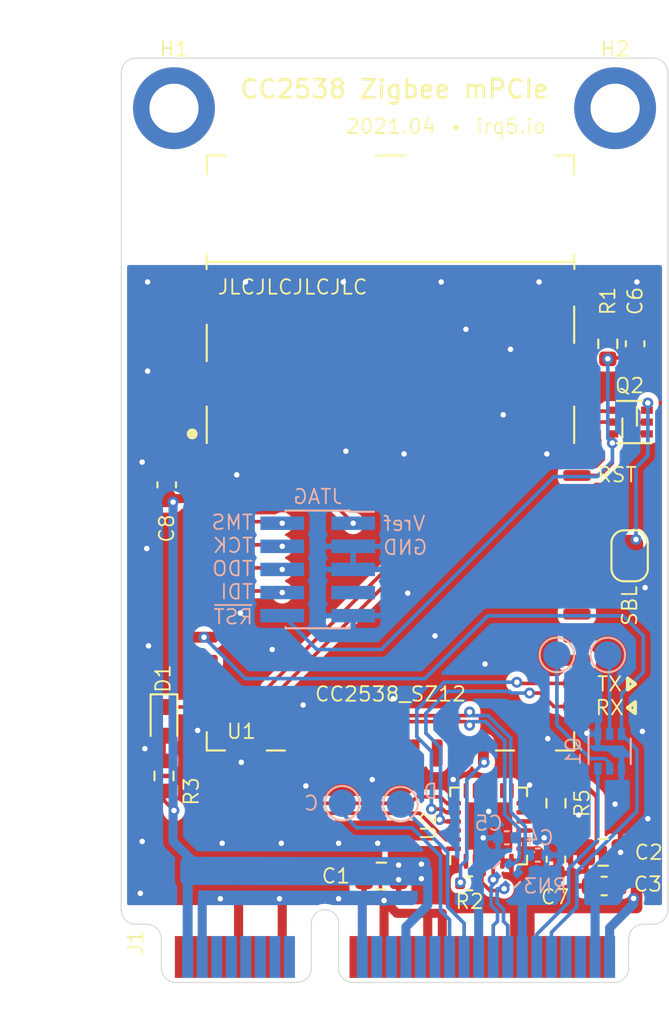
<source format=kicad_pcb>
(kicad_pcb (version 20171130) (host pcbnew "(5.1.10)-1")
  (title_block (title "CC2538 Zigbee mPCIe") (rev 2021.04))
  (layers (0 F.Cu signal) (31 B.Cu signal) (34 B.Paste user) (35 F.Paste user) (36 B.SilkS user) (37 F.SilkS user) (38 B.Mask user) (39 F.Mask user) (44 Edge.Cuts user))
  (net 0 "")
  (net 1 GND)
  (net 2 "Net-(J1-Pad30)")
  (net 3 "Net-(J1-Pad32)")
  (net 4 /USB-)
  (net 5 /USB+)
  (net 6 "Net-(Q1-Pad2)")
  (net 7 "Net-(Q1-Pad5)")
  (net 8 +3V3)
  (net 9 /CC_RST)
  (net 10 /~LED_WWAN)
  (net 11 "Net-(J2-Pad8)")
  (net 12 "Net-(J2-Pad6)")
  (net 13 "Net-(J2-Pad4)")
  (net 14 "Net-(J2-Pad2)")
  (net 15 /CC_SBL)
  (net 16 "Net-(Q2-Pad2)")
  (net 17 "Net-(Q2-Pad1)")
  (net 18 /USB_FS_PU)
  (net 19 "Net-(R5-Pad2)")
  (net 20 /CC_USB+)
  (net 21 /CC_USB-)
  (net 22 /~LED_ACT)
  (net 23 "Net-(D1-Pad2)")
  (net 24 /~LED_PWR)
  (net 25 /CC_RX)
  (net 26 /CC_TX)
  (module Resistor_SMD:R_Array_Convex_2x0402 (layer B.Cu) (at 152.451041 145.893934 45)
    (fp_text reference RN3 (at 1.055635 1.912742 180) (layer B.SilkS) (effects (font (size 0.8 0.8) (thickness 0.1)) (justify mirror)))
    (fp_text value 33R)
    (pad 4 smd rect (at 0.5 0.35 45) (size 0.5 0.4) (layers B.Cu B.Paste B.Mask) (net 20 /CC_USB+))
    (pad 3 smd rect (at 0.5 -0.35 45) (size 0.5 0.4) (layers B.Cu B.Paste B.Mask) (net 21 /CC_USB-))
    (pad 2 smd rect (at -0.5 -0.35 45) (size 0.5 0.4) (layers B.Cu B.Paste B.Mask) (net 4 /USB-))
    (pad 1 smd rect (at -0.5 0.35 45) (size 0.5 0.4) (layers B.Cu B.Paste B.Mask) (net 5 /USB+))
  )
  (module Resistor_SMD:R_0603_1608Metric (layer F.Cu) (at 133.6 140.45 270)
    (fp_text reference R3 (at 0.85 -1.5 90) (layer F.SilkS) (effects (font (size 0.8 0.8) (thickness 0.1))))
    (fp_text value 200R)
    (pad 2 smd roundrect (at 0.825 0 270) (size 0.8 0.95) (layers F.Cu F.Paste F.Mask) (net 8 +3V3))
    (pad 1 smd roundrect (at -0.825 0 270) (size 0.8 0.95) (layers F.Cu F.Paste F.Mask) (net 23 "Net-(D1-Pad2)"))
  )
  (module Resistor_SMD:R_0402_1005Metric (layer F.Cu) (at 150.39 146.35)
    (fp_text reference R2 (at 0.01 1) (layer F.SilkS) (effects (font (size 0.8 0.8) (thickness 0.1))))
    (fp_text value 1K5)
    (pad 1 smd roundrect (at -0.51 0) (size 0.54 0.64) (layers F.Cu F.Paste F.Mask) (net 18 /USB_FS_PU))
    (pad 2 smd roundrect (at 0.51 0) (size 0.54 0.64) (layers F.Cu F.Paste F.Mask) (net 5 /USB+))
  )
  (module LED_SMD:LED_0603_1608Metric (layer F.Cu) (at 133.6 137.45 270)
    (fp_text reference D1 (at -2.35 0.05 90) (layer F.SilkS) (effects (font (size 0.8 0.8) (thickness 0.1))))
    (fp_text value LED_Small)
    (pad 2 smd roundrect (at 0.7875 0 270) (size 0.875 0.95) (layers F.Cu F.Paste F.Mask) (net 23 "Net-(D1-Pad2)"))
    (pad 1 smd roundrect (at -0.7875 0 270) (size 0.875 0.95) (layers F.Cu F.Paste F.Mask) (net 24 /~LED_PWR))
  )
  (module Capacitor_SMD:C_0603_1608Metric (layer F.Cu) (at 133.75 124.45 270)
    (fp_text reference C8 (at 2.4 0 90) (layer F.SilkS) (effects (font (size 0.8 0.8) (thickness 0.1))))
    (fp_text value 10uF)
    (pad 2 smd roundrect (at 0.775 0 270) (size 0.9 0.95) (layers F.Cu F.Paste F.Mask) (net 8 +3V3))
    (pad 1 smd roundrect (at -0.775 0 270) (size 0.9 0.95) (layers F.Cu F.Paste F.Mask) (net 1 GND))
  )
  (module TestPoint:TestPoint_Pad_D1.5mm (layer B.Cu) (at 146.6 142)
    (fp_text reference TP1 hide)
    (fp_text value SDA)
    (pad 1 smd circle (at 0 0) (size 1.5 1.5) (layers B.Cu B.Mask) (net 3 "Net-(J1-Pad32)"))
    (fp_text user D (at 1.65 -0.7) (layer B.SilkS) (effects (font (size 0.8 0.8) (thickness 0.1)) (justify mirror)))
  )
  (module TestPoint:TestPoint_Pad_D1.5mm (layer B.Cu) (at 158 133.8)
    (fp_text reference TP4 hide)
    (fp_text value LED_WWAN)
    (pad 1 smd circle (at 0 0) (size 1.5 1.5) (layers B.Cu B.Mask) (net 6 "Net-(Q1-Pad2)"))
  )
  (module TestPoint:TestPoint_Pad_D1.5mm (layer B.Cu) (at 155.2 133.8)
    (fp_text reference TP3 hide)
    (fp_text value LED_WLAN)
    (pad 1 smd circle (at 0 0) (size 1.5 1.5) (layers B.Cu B.Mask) (net 7 "Net-(Q1-Pad5)"))
  )
  (module TestPoint:TestPoint_Pad_D1.5mm (layer B.Cu) (at 143.4 141.95)
    (fp_text reference TP2 hide)
    (fp_text value SCL)
    (pad 1 smd circle (at 0 0) (size 1.5 1.5) (layers B.Cu B.Mask) (net 2 "Net-(J1-Pad30)"))
    (fp_text user C (at -1.7 0) (layer B.SilkS) (effects (font (size 0.8 0.8) (thickness 0.1)) (justify mirror)))
  )
  (module Resistor_SMD:R_0603_1608Metric (layer F.Cu) (at 155.15 141.95 270)
    (fp_text reference R5 (at 0 -1.43 90) (layer F.SilkS) (effects (font (size 0.8 0.8) (thickness 0.1))))
    (fp_text value 4K7)
    (pad 1 smd roundrect (at -0.825 0 270) (size 0.8 0.95) (layers F.Cu F.Paste F.Mask) (net 8 +3V3))
    (pad 2 smd roundrect (at 0.825 0 270) (size 0.8 0.95) (layers F.Cu F.Paste F.Mask) (net 19 "Net-(R5-Pad2)"))
  )
  (module Resistor_SMD:R_0603_1608Metric (layer F.Cu) (at 158 116.7 90)
    (fp_text reference R1 (at 2.35 0 90) (layer F.SilkS) (effects (font (size 0.8 0.8) (thickness 0.1))))
    (fp_text value 4K7)
    (pad 1 smd roundrect (at -0.825 0 90) (size 0.8 0.95) (layers F.Cu F.Paste F.Mask) (net 9 /CC_RST))
    (pad 2 smd roundrect (at 0.825 0 90) (size 0.8 0.95) (layers F.Cu F.Paste F.Mask) (net 8 +3V3))
  )
  (module Package_TO_SOT_SMD:SOT-363_SC-70-6 (layer F.Cu) (at 159.2 121 180)
    (fp_text reference Q2 (at 0 2) (layer F.SilkS) (effects (font (size 0.8 0.8) (thickness 0.1))))
    (fp_text value MUN5214DW1)
    (pad 1 smd rect (at -0.95 -0.65 180) (size 0.65 0.4) (layers F.Cu F.Paste F.Mask) (net 17 "Net-(Q2-Pad1)"))
    (pad 3 smd rect (at -0.95 0.65 180) (size 0.65 0.4) (layers F.Cu F.Paste F.Mask) (net 15 /CC_SBL))
    (pad 5 smd rect (at 0.95 0 180) (size 0.65 0.4) (layers F.Cu F.Paste F.Mask) (net 17 "Net-(Q2-Pad1)"))
    (pad 2 smd rect (at -0.95 0 180) (size 0.65 0.4) (layers F.Cu F.Paste F.Mask) (net 16 "Net-(Q2-Pad2)"))
    (pad 4 smd rect (at 0.95 0.65 180) (size 0.65 0.4) (layers F.Cu F.Paste F.Mask) (net 16 "Net-(Q2-Pad2)"))
    (pad 6 smd rect (at 0.95 -0.65 180) (size 0.65 0.4) (layers F.Cu F.Paste F.Mask) (net 9 /CC_RST))
  )
  (module Package_TO_SOT_SMD:SOT-363_SC-70-6 (layer B.Cu) (at 158.1 139.1 270)
    (fp_text reference Q1 (at 0 2 270) (layer B.SilkS) (effects (font (size 0.8 0.8) (thickness 0.1)) (justify mirror)))
    (fp_text value MUN5214DW1)
    (pad 1 smd rect (at -0.95 0.65 270) (size 0.65 0.4) (layers B.Cu B.Paste B.Mask) (net 1 GND))
    (pad 3 smd rect (at -0.95 -0.65 270) (size 0.65 0.4) (layers B.Cu B.Paste B.Mask) (net 22 /~LED_ACT))
    (pad 5 smd rect (at 0.95 0 270) (size 0.65 0.4) (layers B.Cu B.Paste B.Mask) (net 7 "Net-(Q1-Pad5)"))
    (pad 2 smd rect (at -0.95 0 270) (size 0.65 0.4) (layers B.Cu B.Paste B.Mask) (net 6 "Net-(Q1-Pad2)"))
    (pad 4 smd rect (at 0.95 -0.65 270) (size 0.65 0.4) (layers B.Cu B.Paste B.Mask) (net 1 GND))
    (pad 6 smd rect (at 0.95 0.65 270) (size 0.65 0.4) (layers B.Cu B.Paste B.Mask) (net 10 /~LED_WWAN))
  )
  (module Jumper:SolderJumper-2_P1.3mm_Open_RoundedPad1.0x1.5mm (layer F.Cu) (at 159.2 128.35 270)
    (fp_text reference JP1 hide)
    (fp_text value SolderJumper_2_Open)
    (fp_text user SBL (at 2.75 0 270) (layer F.SilkS) (effects (font (size 0.8 0.8) (thickness 0.1))))
    (pad 1 smd custom (at -0.65 0 270) (size 1 0.5) (layers F.Cu F.Mask) (net 15 /CC_SBL) (options (clearance outline) (anchor rect)) (primitives (gr_circle (center 0 0.25) (end 0.5 0.25) (width 0)) (gr_circle (center 0 -0.25) (end 0.5 -0.25) (width 0)) (gr_poly (pts (xy 0 -0.75) (xy 0.5 -0.75) (xy 0.5 0.75) (xy 0 0.75)) (width 0))))
    (pad 2 smd custom (at 0.65 0 270) (size 1 0.5) (layers F.Cu F.Mask) (net 1 GND) (options (clearance outline) (anchor rect)) (primitives (gr_circle (center 0 0.25) (end 0.5 0.25) (width 0)) (gr_circle (center 0 -0.25) (end 0.5 -0.25) (width 0)) (gr_poly (pts (xy 0 -0.75) (xy -0.5 -0.75) (xy -0.5 0.75) (xy 0 0.75)) (width 0))))
  )
  (module Connector_PinHeader_1.27mm:PinHeader_2x05_P1.27mm_Vertical_SMD (layer B.Cu) (at 142.05 129.1 180)
    (fp_text reference J2 hide)
    (fp_text value Conn_ARM_JTAG_SWD_10)
    (pad 1 smd rect (at -1.95 2.54 180) (size 2.4 0.74) (layers B.Cu B.Paste B.Mask) (net 8 +3V3))
    (pad 2 smd rect (at 1.95 2.54 180) (size 2.4 0.74) (layers B.Cu B.Paste B.Mask) (net 14 "Net-(J2-Pad2)"))
    (pad 3 smd rect (at -1.95 1.27 180) (size 2.4 0.74) (layers B.Cu B.Paste B.Mask) (net 1 GND))
    (pad 4 smd rect (at 1.95 1.27 180) (size 2.4 0.74) (layers B.Cu B.Paste B.Mask) (net 13 "Net-(J2-Pad4)"))
    (pad 5 smd rect (at -1.95 0 180) (size 2.4 0.74) (layers B.Cu B.Paste B.Mask) (net 1 GND))
    (pad 6 smd rect (at 1.95 0 180) (size 2.4 0.74) (layers B.Cu B.Paste B.Mask) (net 12 "Net-(J2-Pad6)"))
    (pad 7 smd rect (at -1.95 -1.27 180) (size 2.4 0.74) (layers B.Cu B.Paste B.Mask))
    (pad 8 smd rect (at 1.95 -1.27 180) (size 2.4 0.74) (layers B.Cu B.Paste B.Mask) (net 11 "Net-(J2-Pad8)"))
    (pad 9 smd rect (at -1.95 -2.54 180) (size 2.4 0.74) (layers B.Cu B.Paste B.Mask) (net 1 GND))
    (pad 10 smd rect (at 1.95 -2.54 180) (size 2.4 0.74) (layers B.Cu B.Paste B.Mask) (net 9 /CC_RST))
    (fp_text user JTAG (at -0.01 4 180) (layer B.SilkS) (effects (font (size 0.8 0.8) (thickness 0.1)) (justify mirror)))
  )
  (module Capacitor_SMD:C_0603_1608Metric (layer F.Cu) (at 155.15 145.025 270)
    (fp_text reference C7 (at 2.075 0.05 180) (layer F.SilkS) (effects (font (size 0.8 0.8) (thickness 0.1))))
    (fp_text value 0.1uF)
    (pad 1 smd roundrect (at -0.775 0 270) (size 0.9 0.95) (layers F.Cu F.Paste F.Mask) (net 1 GND))
    (pad 2 smd roundrect (at 0.775 0 270) (size 0.9 0.95) (layers F.Cu F.Paste F.Mask) (net 8 +3V3))
  )
  (module Capacitor_SMD:C_0603_1608Metric (layer F.Cu) (at 159.5 116.7 270)
    (fp_text reference C6 (at -2.35 0 90) (layer F.SilkS) (effects (font (size 0.8 0.8) (thickness 0.1))))
    (fp_text value 1nF)
    (pad 1 smd roundrect (at -0.775 0 270) (size 0.9 0.95) (layers F.Cu F.Paste F.Mask) (net 1 GND))
    (pad 2 smd roundrect (at 0.775 0 270) (size 0.9 0.95) (layers F.Cu F.Paste F.Mask) (net 9 /CC_RST))
  )
  (module Capacitor_SMD:C_0402_1005Metric (layer B.Cu) (at 152.45 143.85)
    (fp_text reference C5 (at -1 -0.8) (layer B.SilkS) (effects (font (size 0.8 0.8) (thickness 0.1)) (justify mirror)))
    (fp_text value 47pF)
    (pad 1 smd roundrect (at -0.48 0) (size 0.56 0.62) (layers B.Cu B.Paste B.Mask) (net 1 GND))
    (pad 2 smd roundrect (at 0.48 0) (size 0.56 0.62) (layers B.Cu B.Paste B.Mask) (net 21 /CC_USB-))
  )
  (module Capacitor_SMD:C_0402_1005Metric (layer B.Cu) (at 154.15 144.8)
    (fp_text reference C4 (at 0.1 -0.95) (layer B.SilkS) (effects (font (size 0.8 0.8) (thickness 0.1)) (justify mirror)))
    (fp_text value 47pF)
    (pad 1 smd roundrect (at -0.48 0) (size 0.56 0.62) (layers B.Cu B.Paste B.Mask) (net 20 /CC_USB+))
    (pad 2 smd roundrect (at 0.48 0) (size 0.56 0.62) (layers B.Cu B.Paste B.Mask) (net 1 GND))
  )
  (module Package_DFN_QFN:QFN-24-1EP_4x4mm_P0.5mm_EP2.6x2.6mm (layer F.Cu) (at 151.45 143.2 90)
    (fp_text reference U2 (at 0 -3.3 90) (layer F.SilkS) (effects (font (size 0.8 0.8) (thickness 0.1))))
    (fp_text value CP2102N-A01-GQFN24)
    (pad 1 smd roundrect (at -1.9375 -1.25 90) (size 0.825 0.25) (layers F.Cu F.Paste F.Mask))
    (pad 2 smd roundrect (at -1.9375 -0.75 90) (size 0.825 0.25) (layers F.Cu F.Paste F.Mask) (net 1 GND))
    (pad 3 smd roundrect (at -1.9375 -0.25 90) (size 0.825 0.25) (layers F.Cu F.Paste F.Mask) (net 5 /USB+))
    (pad 4 smd roundrect (at -1.9375 0.25 90) (size 0.825 0.25) (layers F.Cu F.Paste F.Mask) (net 4 /USB-))
    (pad 5 smd roundrect (at -1.9375 0.75 90) (size 0.825 0.25) (layers F.Cu F.Paste F.Mask) (net 8 +3V3))
    (pad 6 smd roundrect (at -1.9375 1.25 90) (size 0.825 0.25) (layers F.Cu F.Paste F.Mask) (net 8 +3V3))
    (pad 7 smd roundrect (at -1.25 1.9375 90) (size 0.25 0.825) (layers F.Cu F.Paste F.Mask) (net 8 +3V3))
    (pad 8 smd roundrect (at -0.75 1.9375 90) (size 0.25 0.825) (layers F.Cu F.Paste F.Mask) (net 8 +3V3))
    (pad 9 smd roundrect (at -0.25 1.9375 90) (size 0.25 0.825) (layers F.Cu F.Paste F.Mask) (net 19 "Net-(R5-Pad2)"))
    (pad 10 smd roundrect (at 0.25 1.9375 90) (size 0.25 0.825) (layers F.Cu F.Paste F.Mask))
    (pad 11 smd roundrect (at 0.75 1.9375 90) (size 0.25 0.825) (layers F.Cu F.Paste F.Mask))
    (pad 12 smd roundrect (at 1.25 1.9375 90) (size 0.25 0.825) (layers F.Cu F.Paste F.Mask))
    (pad 13 smd roundrect (at 1.9375 1.25 90) (size 0.825 0.25) (layers F.Cu F.Paste F.Mask))
    (pad 14 smd roundrect (at 1.9375 0.75 90) (size 0.825 0.25) (layers F.Cu F.Paste F.Mask))
    (pad 15 smd roundrect (at 1.9375 0.25 90) (size 0.825 0.25) (layers F.Cu F.Paste F.Mask))
    (pad 16 smd roundrect (at 1.9375 -0.25 90) (size 0.825 0.25) (layers F.Cu F.Paste F.Mask))
    (pad 17 smd roundrect (at 1.9375 -0.75 90) (size 0.825 0.25) (layers F.Cu F.Paste F.Mask))
    (pad 18 smd roundrect (at 1.9375 -1.25 90) (size 0.825 0.25) (layers F.Cu F.Paste F.Mask))
    (pad 19 smd roundrect (at 1.25 -1.9375 90) (size 0.25 0.825) (layers F.Cu F.Paste F.Mask) (net 17 "Net-(Q2-Pad1)"))
    (pad 20 smd roundrect (at 0.75 -1.9375 90) (size 0.25 0.825) (layers F.Cu F.Paste F.Mask) (net 26 /CC_TX))
    (pad 21 smd roundrect (at 0.25 -1.9375 90) (size 0.25 0.825) (layers F.Cu F.Paste F.Mask) (net 25 /CC_RX))
    (pad 22 smd roundrect (at -0.25 -1.9375 90) (size 0.25 0.825) (layers F.Cu F.Paste F.Mask))
    (pad 23 smd roundrect (at -0.75 -1.9375 90) (size 0.25 0.825) (layers F.Cu F.Paste F.Mask) (net 16 "Net-(Q2-Pad2)"))
    (pad 24 smd roundrect (at -1.25 -1.9375 90) (size 0.25 0.825) (layers F.Cu F.Paste F.Mask))
    (pad 25 smd rect (at 0 0 90) (size 2.6 2.6) (layers F.Cu F.Mask) (net 1 GND))
  )
  (module MountingHole:MountingHole_2.7mm_M2.5_ISO7380_Pad (layer F.Cu) (at 158.4 103.75)
    (fp_text reference H2 (at 0 -3.25) (layer F.SilkS) (effects (font (size 0.8 0.8) (thickness 0.1))))
    (fp_text value MountingHole_Pad)
    (pad 1 thru_hole circle (at 0 0) (size 4.5 4.5) (drill 2.7) (layers *.Cu *.Mask))
  )
  (module MountingHole:MountingHole_2.7mm_M2.5_ISO7380_Pad (layer F.Cu) (at 134.15 103.75)
    (fp_text reference H1 (at 0 -3.25) (layer F.SilkS) (effects (font (size 0.8 0.8) (thickness 0.1))))
    (fp_text value MountingHole_Pad)
    (pad 1 thru_hole circle (at 0 0) (size 4.5 4.5) (drill 2.7) (layers *.Cu *.Mask))
  )
  (module cc2538-mpcie:CC2538_SZ12_Module (layer F.Cu) (at 146.05 129.65)
    (fp_text reference U1 (at -8.2 8.35) (layer F.SilkS) (effects (font (size 0.8 0.8) (thickness 0.1))))
    (fp_text value CC2538_SZ12 (at 0 6.3) (layer F.SilkS) (effects (font (size 0.8 0.8) (thickness 0.1))))
    (pad 1 smd roundrect (at -10.25 -6.985 270) (size 0.6 1.5) (layers F.Cu F.Paste F.Mask) (net 1 GND))
    (pad 2 smd roundrect (at -10.25 -5.715 270) (size 0.6 1.5) (layers F.Cu F.Paste F.Mask) (net 1 GND))
    (pad 3 smd roundrect (at -10.25 -4.445 270) (size 0.6 1.5) (layers F.Cu F.Paste F.Mask) (net 8 +3V3))
    (pad 4 smd roundrect (at -10.25 -3.175 270) (size 0.6 1.5) (layers F.Cu F.Paste F.Mask) (net 14 "Net-(J2-Pad2)"))
    (pad 5 smd roundrect (at -10.25 -1.905 270) (size 0.6 1.5) (layers F.Cu F.Paste F.Mask) (net 13 "Net-(J2-Pad4)"))
    (pad 6 smd roundrect (at -10.25 -0.635 270) (size 0.6 1.5) (layers F.Cu F.Paste F.Mask) (net 12 "Net-(J2-Pad6)"))
    (pad 7 smd roundrect (at -10.25 0.635 270) (size 0.6 1.5) (layers F.Cu F.Paste F.Mask) (net 11 "Net-(J2-Pad8)"))
    (pad 8 smd roundrect (at -10.25 1.905 270) (size 0.6 1.5) (layers F.Cu F.Paste F.Mask))
    (pad 9 smd roundrect (at -10.25 3.175 270) (size 0.6 1.5) (layers F.Cu F.Paste F.Mask) (net 22 /~LED_ACT))
    (pad 10 smd roundrect (at -10.25 4.445 270) (size 0.6 1.5) (layers F.Cu F.Paste F.Mask))
    (pad 11 smd roundrect (at -10.25 5.715 270) (size 0.6 1.5) (layers F.Cu F.Paste F.Mask))
    (pad 12 smd roundrect (at -10.25 6.985 270) (size 0.6 1.5) (layers F.Cu F.Paste F.Mask) (net 24 /~LED_PWR))
    (pad 22 smd roundrect (at 10.25 6.985 270) (size 0.6 1.5) (layers F.Cu F.Paste F.Mask) (net 25 /CC_RX))
    (pad 23 smd roundrect (at 10.25 5.715 270) (size 0.6 1.5) (layers F.Cu F.Paste F.Mask) (net 26 /CC_TX))
    (pad 24 smd roundrect (at 10.25 4.445 270) (size 0.6 1.5) (layers F.Cu F.Paste F.Mask))
    (pad 25 smd roundrect (at 10.25 3.175 270) (size 0.6 1.5) (layers F.Cu F.Paste F.Mask))
    (pad 26 smd roundrect (at 10.25 1.905 270) (size 0.6 1.5) (layers F.Cu F.Paste F.Mask))
    (pad 27 smd roundrect (at 10.25 0.635 270) (size 0.6 1.5) (layers F.Cu F.Paste F.Mask))
    (pad 28 smd roundrect (at 10.25 -0.635 270) (size 0.6 1.5) (layers F.Cu F.Paste F.Mask))
    (pad 29 smd roundrect (at 10.25 -1.905 270) (size 0.6 1.5) (layers F.Cu F.Paste F.Mask) (net 15 /CC_SBL))
    (pad 30 smd roundrect (at 10.25 -3.175 270) (size 0.6 1.5) (layers F.Cu F.Paste F.Mask))
    (pad 31 smd roundrect (at 10.25 -4.445 270) (size 0.6 1.5) (layers F.Cu F.Paste F.Mask))
    (pad 32 smd roundrect (at 10.25 -5.715 270) (size 0.6 1.5) (layers F.Cu F.Paste F.Mask) (net 9 /CC_RST))
    (pad 33 smd roundrect (at 10.25 -6.985 270) (size 0.6 1.5) (layers F.Cu F.Paste F.Mask))
    (pad 13 smd roundrect (at -5.05 9.54) (size 0.6 1.5) (layers F.Cu F.Paste F.Mask) (net 20 /CC_USB+))
    (pad 14 smd roundrect (at -3.78 9.54) (size 0.6 1.5) (layers F.Cu F.Paste F.Mask) (net 21 /CC_USB-))
    (pad 15 smd roundrect (at -2.51 9.54) (size 0.6 1.5) (layers F.Cu F.Paste F.Mask))
    (pad 16 smd roundrect (at -1.24 9.54) (size 0.6 1.5) (layers F.Cu F.Paste F.Mask))
    (pad 17 smd roundrect (at 0.03 9.54) (size 0.6 1.5) (layers F.Cu F.Paste F.Mask))
    (pad 18 smd roundrect (at 1.3 9.54) (size 0.6 1.5) (layers F.Cu F.Paste F.Mask))
    (pad 19 smd roundrect (at 2.57 9.54) (size 0.6 1.5) (layers F.Cu F.Paste F.Mask))
    (pad 20 smd roundrect (at 3.84 9.54) (size 0.6 1.5) (layers F.Cu F.Paste F.Mask))
    (pad 21 smd roundrect (at 5.11 9.54) (size 0.6 1.5) (layers F.Cu F.Paste F.Mask) (net 18 /USB_FS_PU))
  )
  (module cc2538-mpcie:mPCIe_Card_Edge (layer F.Cu) (at 144.5 147.8)
    (fp_text reference J1 (at -12.45 1.8 270) (layer F.SilkS) (effects (font (size 0.8 0.8) (thickness 0.1))))
    (fp_text value Bus_PCI_Express_Mini)
    (pad 52 smd rect (at 13.6 2.6) (size 0.6 2.3) (layers B.Cu B.Mask) (net 8 +3V3))
    (pad 50 smd rect (at 12.8 2.6) (size 0.6 2.3) (layers B.Cu B.Mask) (net 1 GND))
    (pad 48 smd rect (at 12 2.6) (size 0.6 2.3) (layers B.Cu B.Mask))
    (pad 46 smd rect (at 11.2 2.6) (size 0.6 2.3) (layers B.Cu B.Mask))
    (pad 44 smd rect (at 10.4 2.6) (size 0.6 2.3) (layers B.Cu B.Mask) (net 22 /~LED_ACT))
    (pad 42 smd rect (at 9.6 2.6) (size 0.6 2.3) (layers B.Cu B.Mask) (net 10 /~LED_WWAN))
    (pad 40 smd rect (at 8.8 2.6) (size 0.6 2.3) (layers B.Cu B.Mask) (net 1 GND))
    (pad 38 smd rect (at 8 2.6) (size 0.6 2.3) (layers B.Cu B.Mask) (net 5 /USB+))
    (pad 36 smd rect (at 7.2 2.6) (size 0.6 2.3) (layers B.Cu B.Mask) (net 4 /USB-))
    (pad 34 smd rect (at 6.4 2.6) (size 0.6 2.3) (layers B.Cu B.Mask) (net 1 GND))
    (pad 32 smd rect (at 5.6 2.6) (size 0.6 2.3) (layers B.Cu B.Mask) (net 3 "Net-(J1-Pad32)"))
    (pad 30 smd rect (at 4.8 2.6) (size 0.6 2.3) (layers B.Cu B.Mask) (net 2 "Net-(J1-Pad30)"))
    (pad 28 smd rect (at 4 2.6) (size 0.6 2.3) (layers B.Cu B.Mask))
    (pad 26 smd rect (at 3.2 2.6) (size 0.6 2.3) (layers B.Cu B.Mask) (net 1 GND))
    (pad 24 smd rect (at 2.4 2.6) (size 0.6 2.3) (layers B.Cu B.Mask) (net 8 +3V3))
    (pad 22 smd rect (at 1.6 2.6) (size 0.6 2.3) (layers B.Cu B.Mask))
    (pad 20 smd rect (at 0.8 2.6) (size 0.6 2.3) (layers B.Cu B.Mask))
    (pad 18 smd rect (at 0 2.6) (size 0.6 2.3) (layers B.Cu B.Mask) (net 1 GND))
    (pad 16 smd rect (at -4 2.6) (size 0.6 2.3) (layers B.Cu B.Mask))
    (pad 14 smd rect (at -4.8 2.6) (size 0.6 2.3) (layers B.Cu B.Mask))
    (pad 12 smd rect (at -5.6 2.6) (size 0.6 2.3) (layers B.Cu B.Mask))
    (pad 10 smd rect (at -6.4 2.6) (size 0.6 2.3) (layers B.Cu B.Mask))
    (pad 8 smd rect (at -7.2 2.6) (size 0.6 2.3) (layers B.Cu B.Mask))
    (pad 6 smd rect (at -8 2.6) (size 0.6 2.3) (layers B.Cu B.Mask))
    (pad 4 smd rect (at -8.8 2.6) (size 0.6 2.3) (layers B.Cu B.Mask) (net 1 GND))
    (pad 2 smd rect (at -9.6 2.6) (size 0.6 2.3) (layers B.Cu B.Mask) (net 8 +3V3))
    (pad 51 smd rect (at 13.2 2.6) (size 0.6 2.3) (layers F.Cu F.Mask))
    (pad 49 smd rect (at 12.4 2.6) (size 0.6 2.3) (layers F.Cu F.Mask))
    (pad 47 smd rect (at 11.6 2.6) (size 0.6 2.3) (layers F.Cu F.Mask))
    (pad 45 smd rect (at 10.8 2.6) (size 0.6 2.3) (layers F.Cu F.Mask))
    (pad 43 smd rect (at 10 2.6) (size 0.6 2.3) (layers F.Cu F.Mask) (net 1 GND))
    (pad 41 smd rect (at 9.2 2.6) (size 0.6 2.3) (layers F.Cu F.Mask) (net 8 +3V3))
    (pad 39 smd rect (at 8.4 2.6) (size 0.6 2.3) (layers F.Cu F.Mask) (net 8 +3V3))
    (pad 37 smd rect (at 7.6 2.6) (size 0.6 2.3) (layers F.Cu F.Mask) (net 1 GND))
    (pad 35 smd rect (at 6.8 2.6) (size 0.6 2.3) (layers F.Cu F.Mask) (net 1 GND))
    (pad 33 smd rect (at 6 2.6) (size 0.6 2.3) (layers F.Cu F.Mask))
    (pad 31 smd rect (at 5.2 2.6) (size 0.6 2.3) (layers F.Cu F.Mask))
    (pad 29 smd rect (at 4.4 2.6) (size 0.6 2.3) (layers F.Cu F.Mask) (net 1 GND))
    (pad 27 smd rect (at 3.6 2.6) (size 0.6 2.3) (layers F.Cu F.Mask) (net 1 GND))
    (pad 25 smd rect (at 2.8 2.6) (size 0.6 2.3) (layers F.Cu F.Mask))
    (pad 23 smd rect (at 2 2.6) (size 0.6 2.3) (layers F.Cu F.Mask))
    (pad 21 smd rect (at 1.2 2.6) (size 0.6 2.3) (layers F.Cu F.Mask) (net 1 GND))
    (pad 19 smd rect (at 0.4 2.6) (size 0.6 2.3) (layers F.Cu F.Mask))
    (pad 17 smd rect (at -0.4 2.6) (size 0.6 2.3) (layers F.Cu F.Mask))
    (pad 15 smd rect (at -4.4 2.6) (size 0.6 2.3) (layers F.Cu F.Mask) (net 1 GND))
    (pad 13 smd rect (at -5.2 2.6) (size 0.6 2.3) (layers F.Cu F.Mask))
    (pad 11 smd rect (at -6 2.6) (size 0.6 2.3) (layers F.Cu F.Mask))
    (pad 9 smd rect (at -6.8 2.6) (size 0.6 2.3) (layers F.Cu F.Mask) (net 1 GND))
    (pad 7 smd rect (at -7.6 2.6) (size 0.6 2.3) (layers F.Cu F.Mask))
    (pad 5 smd rect (at -8.4 2.6) (size 0.6 2.3) (layers F.Cu F.Mask))
    (pad 3 smd rect (at -9.2 2.6) (size 0.6 2.3) (layers F.Cu F.Mask))
    (pad 1 smd rect (at -10 2.6) (size 0.6 2.3) (layers F.Cu F.Mask))
  )
  (module Capacitor_SMD:C_0603_1608Metric (layer F.Cu) (at 157.8 146.5)
    (fp_text reference C3 (at 2.4 -0.1) (layer F.SilkS) (effects (font (size 0.8 0.8) (thickness 0.1))))
    (fp_text value 0.1uF)
    (pad 1 smd roundrect (at -0.775 0) (size 0.9 0.95) (layers F.Cu F.Paste F.Mask) (net 8 +3V3))
    (pad 2 smd roundrect (at 0.775 0) (size 0.9 0.95) (layers F.Cu F.Paste F.Mask) (net 1 GND))
  )
  (module Capacitor_SMD:C_0805_2012Metric (layer F.Cu) (at 157.75 144.65)
    (fp_text reference C2 (at 2.5 0) (layer F.SilkS) (effects (font (size 0.8 0.8) (thickness 0.1))))
    (fp_text value 47uF)
    (pad 2 smd roundrect (at 0.95 0) (size 1 1.45) (layers F.Cu F.Paste F.Mask) (net 1 GND))
    (pad 1 smd roundrect (at -0.95 0) (size 1 1.45) (layers F.Cu F.Paste F.Mask) (net 8 +3V3))
  )
  (module Capacitor_SMD:C_0805_2012Metric (layer F.Cu) (at 145.55 145.95 180)
    (fp_text reference C1 (at 2.5 0) (layer F.SilkS) (effects (font (size 0.8 0.8) (thickness 0.1))))
    (fp_text value 47uF)
    (pad 1 smd roundrect (at -0.95 0 180) (size 1 1.45) (layers F.Cu F.Paste F.Mask) (net 8 +3V3))
    (pad 2 smd roundrect (at 0.95 0 180) (size 1 1.45) (layers F.Cu F.Paste F.Mask) (net 1 GND))
  )
  (gr_line (start 158.8 120.8) (end 158.8 121.85) (layer F.SilkS) (width 0.12))
  (gr_line (start 159.6 120.15) (end 159.6 121.2) (layer F.SilkS) (width 0.12))
  (gr_line (start 159.5 137) (end 159.1 136.7) (layer F.SilkS) (width 0.21))
  (gr_line (start 159.5 137) (end 159.5 136.4) (layer F.SilkS) (width 0.21))
  (gr_line (start 159.5 136.4) (end 159.1 136.7) (layer F.SilkS) (width 0.21))
  (gr_text RX (at 158.1 136.7) (layer F.SilkS) (effects (font (size 0.8 0.8) (thickness 0.1))))
  (gr_line (start 159.1 135.1) (end 159.5 135.4) (layer F.SilkS) (width 0.21))
  (gr_line (start 159.1 135.7) (end 159.5 135.4) (layer F.SilkS) (width 0.21))
  (gr_line (start 159.1 135.1) (end 159.1 135.7) (layer F.SilkS) (width 0.21))
  (gr_text TX (at 158.1 135.4) (layer F.SilkS) (effects (font (size 0.8 0.8) (thickness 0.1))))
  (gr_text JLCJLCJLCJLC (at 140.67 113.58) (layer F.SilkS) (effects (font (size 0.8 0.8) (thickness 0.1))))
  (gr_text TDI (at 138.561905 130.33275) (layer B.SilkS) (effects (font (size 0.8 0.8) (thickness 0.1)) (justify left mirror)))
  (gr_text ~RST (at 138.561905 131.71) (layer B.SilkS) (effects (font (size 0.8 0.8) (thickness 0.1)) (justify left mirror)))
  (gr_text TDO (at 138.561905 129.0585) (layer B.SilkS) (effects (font (size 0.8 0.8) (thickness 0.1)) (justify left mirror)))
  (gr_text TCK (at 138.561905 127.78425) (layer B.SilkS) (effects (font (size 0.8 0.8) (thickness 0.1)) (justify left mirror)))
  (gr_text TMS (at 138.561905 126.51) (layer B.SilkS) (effects (font (size 0.8 0.8) (thickness 0.1)) (justify left mirror)))
  (gr_text GND (at 145.58 127.89) (layer B.SilkS) (effects (font (size 0.8 0.8) (thickness 0.1)) (justify right mirror)))
  (gr_text Vref (at 145.58 126.58) (layer B.SilkS) (effects (font (size 0.8 0.8) (thickness 0.1)) (justify right mirror)))
  (gr_text "2021.04 • irq5.io" (at 149.1 104.75) (layer F.SilkS) (effects (font (size 0.8 0.8) (thickness 0.1))))
  (gr_text "CC2538 Zigbee mPCIe" (at 146.275 102.7) (layer F.SilkS) (effects (font (size 1 1))))
  (gr_text RST (at 158.5 123.9) (layer F.SilkS) (effects (font (size 0.8 0.8) (thickness 0.1))))
  (gr_arc (start 160.5 147.8) (end 160.5 148.6) (angle -90) (layer Edge.Cuts) (width 0.05))
  (gr_arc (start 132.05 147.8) (end 131.25 147.8) (angle -90) (layer Edge.Cuts) (width 0.05))
  (gr_arc (start 160.5 101.8) (end 161.3 101.8) (angle -90) (layer Edge.Cuts) (width 0.05))
  (gr_arc (start 132.05 101.8) (end 132.05 101) (angle -90) (layer Edge.Cuts) (width 0.05))
  (gr_arc (start 158.35 151) (end 158.35 151.8) (angle -90) (layer Edge.Cuts) (width 0.05))
  (gr_arc (start 144 151) (end 143.2 151) (angle -90) (layer Edge.Cuts) (width 0.05))
  (gr_arc (start 140.9 151) (end 140.9 151.8) (angle -90) (layer Edge.Cuts) (width 0.05))
  (gr_arc (start 134.25 151) (end 133.45 151) (angle -90) (layer Edge.Cuts) (width 0.05))
  (gr_line (start 159.95 148.6) (end 160.5 148.6) (layer Edge.Cuts) (width 0.05))
  (gr_arc (start 159.95 149.4) (end 159.95 148.6) (angle -90) (layer Edge.Cuts) (width 0.05))
  (gr_line (start 159.15 151) (end 159.15 149.4) (layer Edge.Cuts) (width 0.05))
  (gr_line (start 144 151.8) (end 158.35 151.8) (layer Edge.Cuts) (width 0.05))
  (gr_line (start 143.2 148.55) (end 143.2 151) (layer Edge.Cuts) (width 0.05))
  (gr_line (start 141.7 151) (end 141.7 148.55) (layer Edge.Cuts) (width 0.05))
  (gr_line (start 134.25 151.8) (end 140.9 151.8) (layer Edge.Cuts) (width 0.05))
  (gr_arc (start 142.45 148.55) (end 143.2 148.55) (angle -180) (layer Edge.Cuts) (width 0.05))
  (gr_line (start 133.45 149.4) (end 133.45 151) (layer Edge.Cuts) (width 0.05))
  (gr_arc (start 132.65 149.4) (end 133.45 149.4) (angle -90) (layer Edge.Cuts) (width 0.05))
  (gr_line (start 132.05 148.6) (end 132.65 148.6) (layer Edge.Cuts) (width 0.05))
  (gr_line (start 161.3 147.8) (end 161.3 101.8) (layer Edge.Cuts) (width 0.05))
  (gr_line (start 132.05 101) (end 160.5 101) (layer Edge.Cuts) (width 0.05))
  (gr_line (start 131.25 147.8) (end 131.25 101.8) (layer Edge.Cuts) (width 0.05))
  (segment (start 145.7 150.4) (end 145.7 147.3) (width 0.5) (layer F.Cu) (net 1))
  (segment (start 140.1 150.4) (end 140.1 147.1) (width 0.5) (layer F.Cu) (net 1))
  (segment (start 153.3 150.4) (end 153.3 147.4) (width 0.5) (layer B.Cu) (net 1))
  (segment (start 157.3 150.4) (end 157.3 150.3) (width 0.25) (layer B.Cu) (net 1))
  (segment (start 144.5 150.4) (end 144.5 147.4) (width 0.5) (layer B.Cu) (net 1))
  (segment (start 150.7 145.2375) (end 150.7 144.05) (width 0.2) (layer F.Cu) (net 1))
  (segment (start 135.7 150.4) (end 135.7 147.4) (width 0.5) (layer B.Cu) (net 1))
  (segment (start 150.9 150.4) (end 150.9 146.9) (width 0.5) (layer B.Cu) (net 1))
  (segment (start 157.3 150.3) (end 157.3 146.9) (width 0.5) (layer B.Cu) (net 1))
  (via (at 158.7 144.65) (size 0.6) (drill 0.3) (layers F.Cu B.Cu) (net 1))
  (via (at 160.2 142.8) (size 0.6) (drill 0.3) (layers F.Cu B.Cu) (net 1))
  (via (at 156.4 142.6) (size 0.6) (drill 0.3) (layers F.Cu B.Cu) (net 1))
  (via (at 136.7 147.2) (size 0.6) (drill 0.3) (layers F.Cu B.Cu) (net 1))
  (via (at 139.95 147.2) (size 0.6) (drill 0.3) (layers F.Cu B.Cu) (net 1))
  (via (at 143.2 147.2) (size 0.6) (drill 0.3) (layers F.Cu B.Cu) (net 1))
  (via (at 132.3 146.9) (size 0.6) (drill 0.3) (layers F.Cu B.Cu) (net 1))
  (segment (start 137.7 150.4) (end 137.7 147.15) (width 0.5) (layer F.Cu) (net 1))
  (segment (start 148.1 150.4) (end 148.1 148) (width 0.5) (layer F.Cu) (net 1))
  (segment (start 148.9 150.4) (end 148.9 148) (width 0.5) (layer F.Cu) (net 1))
  (segment (start 148.9 148) (end 148.1 148) (width 0.5) (layer F.Cu) (net 1))
  (segment (start 146.4 148) (end 145.7 147.3) (width 0.5) (layer F.Cu) (net 1))
  (segment (start 148.1 148) (end 146.4 148) (width 0.5) (layer F.Cu) (net 1))
  (segment (start 155.15 144.25) (end 155.25 144.25) (width 0.5) (layer F.Cu) (net 1))
  (segment (start 155.25 144.25) (end 156.4 143.1) (width 0.5) (layer F.Cu) (net 1))
  (via (at 154.7 138.4) (size 0.6) (drill 0.3) (layers F.Cu B.Cu) (net 1))
  (via (at 156.85 138.1) (size 0.6) (drill 0.3) (layers F.Cu B.Cu) (net 1))
  (via (at 159.9 138) (size 0.6) (drill 0.3) (layers F.Cu B.Cu) (net 1))
  (via (at 145.35 144.15) (size 0.6) (drill 0.3) (layers F.Cu B.Cu) (net 1))
  (via (at 145.7 147.3) (size 0.6) (drill 0.3) (layers F.Cu B.Cu) (net 1))
  (via (at 143.2 144.15) (size 0.6) (drill 0.3) (layers F.Cu B.Cu) (net 1))
  (via (at 140.05 144.15) (size 0.6) (drill 0.3) (layers F.Cu B.Cu) (net 1))
  (via (at 136.8 144.15) (size 0.6) (drill 0.3) (layers F.Cu B.Cu) (net 1))
  (via (at 151.45 142.4) (size 0.6) (drill 0.3) (layers F.Cu B.Cu) (net 1))
  (via (at 151.15 143.85) (size 0.6) (drill 0.3) (layers F.Cu B.Cu) (net 1))
  (via (at 153.7 140.95) (size 0.6) (drill 0.3) (layers F.Cu B.Cu) (net 1))
  (via (at 154.5 143.85) (size 0.6) (drill 0.3) (layers F.Cu B.Cu) (net 1))
  (segment (start 154.9 144.25) (end 154.45 143.8) (width 0.5) (layer F.Cu) (net 1))
  (segment (start 155.15 144.25) (end 154.9 144.25) (width 0.5) (layer F.Cu) (net 1))
  (segment (start 158.7 144.65) (end 158.7 144.65) (width 0.25) (layer F.Cu) (net 1))
  (segment (start 145.7 147.3) (end 145.7 147.3) (width 0.5) (layer F.Cu) (net 1))
  (segment (start 158.7 146.375) (end 158.575 146.5) (width 0.5) (layer F.Cu) (net 1))
  (segment (start 158.7 144.65) (end 160.3 144.65) (width 0.35) (layer F.Cu) (net 1))
  (segment (start 158.6 144.65) (end 158.6 146.375) (width 0.35) (layer F.Cu) (net 1))
  (via (at 143.6 122.6) (size 0.6) (drill 0.3) (layers F.Cu B.Cu) (net 1))
  (via (at 146.8 122.75) (size 0.6) (drill 0.3) (layers F.Cu B.Cu) (net 1))
  (via (at 150.2 115.9) (size 0.6) (drill 0.3) (layers F.Cu B.Cu) (net 1))
  (via (at 152.65 117) (size 0.6) (drill 0.3) (layers F.Cu B.Cu) (net 1))
  (via (at 152.25 120.6) (size 0.6) (drill 0.3) (layers F.Cu B.Cu) (net 1))
  (via (at 154.65 122.75) (size 0.6) (drill 0.3) (layers F.Cu B.Cu) (net 1))
  (via (at 147 130.4) (size 0.6) (drill 0.3) (layers F.Cu B.Cu) (net 1))
  (via (at 148.5 132.75) (size 0.6) (drill 0.3) (layers F.Cu B.Cu) (net 1))
  (via (at 151.25 134.3) (size 0.6) (drill 0.3) (layers F.Cu B.Cu) (net 1))
  (via (at 141.25 136.55) (size 0.6) (drill 0.3) (layers F.Cu B.Cu) (net 1))
  (via (at 139.55 133.5) (size 0.6) (drill 0.3) (layers F.Cu B.Cu) (net 1))
  (via (at 137.85 139.7) (size 0.6) (drill 0.3) (layers F.Cu B.Cu) (net 1))
  (via (at 141.4 141) (size 0.6) (drill 0.3) (layers F.Cu B.Cu) (net 1))
  (via (at 158.4 142) (size 0.6) (drill 0.3) (layers F.Cu B.Cu) (net 1))
  (via (at 160.05 130.1) (size 0.6) (drill 0.3) (layers F.Cu B.Cu) (net 1))
  (via (at 132.65 127.95) (size 0.6) (drill 0.3) (layers F.Cu B.Cu) (net 1))
  (via (at 137.6 123.9) (size 0.6) (drill 0.3) (layers F.Cu B.Cu) (net 1))
  (via (at 137.8 131.5) (size 0.6) (drill 0.3) (layers F.Cu B.Cu) (net 1))
  (via (at 132.75 133.3) (size 0.6) (drill 0.3) (layers F.Cu B.Cu) (net 1))
  (via (at 135.45 137.95) (size 0.6) (drill 0.3) (layers F.Cu B.Cu) (net 1))
  (via (at 132.55 138.95) (size 0.6) (drill 0.3) (layers F.Cu B.Cu) (net 1))
  (via (at 132.4 144.05) (size 0.6) (drill 0.3) (layers F.Cu B.Cu) (net 1))
  (via (at 132.7 113.3) (size 0.6) (drill 0.3) (layers F.Cu B.Cu) (net 1))
  (via (at 138.08 113.3) (size 0.6) (drill 0.3) (layers F.Cu B.Cu) (net 1))
  (via (at 143.46 113.3) (size 0.6) (drill 0.3) (layers F.Cu B.Cu) (net 1))
  (via (at 148.84 113.3) (size 0.6) (drill 0.3) (layers F.Cu B.Cu) (net 1))
  (via (at 154.22 113.3) (size 0.6) (drill 0.3) (layers F.Cu B.Cu) (net 1))
  (via (at 159.6 113.3) (size 0.6) (drill 0.3) (layers F.Cu B.Cu) (net 1))
  (via (at 132.7 118.2) (size 0.6) (drill 0.3) (layers F.Cu B.Cu) (net 1))
  (via (at 132.4 123.2) (size 0.6) (drill 0.3) (layers F.Cu B.Cu) (net 1))
  (via (at 149.5 140.65) (size 0.6) (drill 0.3) (layers F.Cu B.Cu) (net 1))
  (via (at 146.2 136.2) (size 0.6) (drill 0.3) (layers F.Cu B.Cu) (net 1))
  (via (at 145.05 140.65) (size 0.6) (drill 0.3) (layers F.Cu B.Cu) (net 1))
  (segment (start 158.7 145.75) (end 160.3 145.75) (width 0.35) (layer F.Cu) (net 1))
  (segment (start 160.3 145.75) (end 160.3 145.75) (width 0.35) (layer F.Cu) (net 1))
  (segment (start 149.3 150.4) (end 149.3 148.35) (width 0.2) (layer B.Cu) (net 2))
  (segment (start 149.3 148.35) (end 148.8 147.85) (width 0.2) (layer B.Cu) (net 2))
  (segment (start 148.8 147.85) (end 148.8 144.85) (width 0.2) (layer B.Cu) (net 2))
  (segment (start 148.8 144.85) (end 147.25 143.3) (width 0.2) (layer B.Cu) (net 2))
  (segment (start 147.25 143.3) (end 144.2 143.3) (width 0.2) (layer B.Cu) (net 2))
  (segment (start 143.4 142.5) (end 143.4 141.95) (width 0.2) (layer B.Cu) (net 2))
  (segment (start 144.2 143.3) (end 143.4 142.5) (width 0.2) (layer B.Cu) (net 2))
  (segment (start 146.6 142.05) (end 146.6 142) (width 0.2) (layer B.Cu) (net 3))
  (segment (start 149.2 144.65) (end 146.6 142.05) (width 0.2) (layer B.Cu) (net 3))
  (segment (start 149.2 147.65) (end 149.2 144.65) (width 0.2) (layer B.Cu) (net 3))
  (segment (start 150.1 148.55) (end 149.2 147.65) (width 0.2) (layer B.Cu) (net 3))
  (segment (start 150.1 150.4) (end 150.1 148.55) (width 0.2) (layer B.Cu) (net 3))
  (via (at 151.7 146.15) (size 0.6) (drill 0.3) (layers F.Cu B.Cu) (net 4))
  (segment (start 151.7 148.674999) (end 151.935 148.439999) (width 0.2) (layer B.Cu) (net 4))
  (segment (start 151.7 150.4) (end 151.7 148.674999) (width 0.2) (layer B.Cu) (net 4))
  (segment (start 151.935 148.439999) (end 151.935 147.918346) (width 0.2) (layer B.Cu) (net 4))
  (segment (start 151.935 147.918346) (end 151.585 147.568346) (width 0.2) (layer B.Cu) (net 4))
  (segment (start 151.7 145.1375) (end 151.7 146.15) (width 0.2) (layer F.Cu) (net 4))
  (segment (start 151.7 146.416654) (end 151.7 146.15) (width 0.2) (layer B.Cu) (net 4))
  (segment (start 151.585 146.531654) (end 151.7 146.416654) (width 0.2) (layer B.Cu) (net 4))
  (segment (start 151.585 147.568346) (end 151.585 146.531654) (width 0.2) (layer B.Cu) (net 4))
  (segment (start 152.265 148.439999) (end 152.5 148.674999) (width 0.2) (layer B.Cu) (net 5))
  (segment (start 152.5 148.674999) (end 152.5 150.4) (width 0.2) (layer B.Cu) (net 5))
  (via (at 152.3 146.65) (size 0.6) (drill 0.3) (layers F.Cu B.Cu) (net 5))
  (segment (start 152.265 148.439999) (end 152.265 147.781654) (width 0.2) (layer B.Cu) (net 5))
  (segment (start 152.265 147.781654) (end 151.915 147.431654) (width 0.2) (layer B.Cu) (net 5))
  (segment (start 151.075 146.309402) (end 151.515598 146.75) (width 0.2) (layer F.Cu) (net 5))
  (segment (start 152.2 146.75) (end 152.3 146.65) (width 0.2) (layer F.Cu) (net 5))
  (segment (start 151.515598 146.75) (end 152.2 146.75) (width 0.2) (layer F.Cu) (net 5))
  (segment (start 151.2 145.1375) (end 151.2 145.85) (width 0.2) (layer F.Cu) (net 5))
  (segment (start 151.075 145.975) (end 151.075 146.309402) (width 0.2) (layer F.Cu) (net 5))
  (segment (start 151.2 145.85) (end 151.075 145.975) (width 0.2) (layer F.Cu) (net 5))
  (segment (start 151.933346 146.65) (end 152.3 146.65) (width 0.2) (layer B.Cu) (net 5))
  (segment (start 151.915 146.668346) (end 151.933346 146.65) (width 0.2) (layer B.Cu) (net 5))
  (segment (start 151.915 147.431654) (end 151.915 146.668346) (width 0.2) (layer B.Cu) (net 5))
  (segment (start 158.1 133.9) (end 158 133.8) (width 0.2) (layer B.Cu) (net 6))
  (segment (start 158.1 138.15) (end 158.1 133.9) (width 0.2) (layer B.Cu) (net 6))
  (segment (start 158.1 140.05) (end 158.1 139.75) (width 0.2) (layer B.Cu) (net 7))
  (segment (start 158.1 139.75) (end 157.844999 139.494999) (width 0.2) (layer B.Cu) (net 7))
  (segment (start 157.844999 139.494999) (end 157.044999 139.494999) (width 0.2) (layer B.Cu) (net 7))
  (segment (start 157.044999 139.494999) (end 155.2 137.65) (width 0.2) (layer B.Cu) (net 7))
  (segment (start 155.2 133.8) (end 155.2 137.6) (width 0.2) (layer B.Cu) (net 7))
  (via (at 146.5 146.15) (size 0.6) (drill 0.3) (layers F.Cu B.Cu) (net 8))
  (via (at 146.5 145.35) (size 0.6) (drill 0.3) (layers F.Cu B.Cu) (net 8))
  (segment (start 153.7 150.4) (end 153.7 147.5) (width 0.55) (layer F.Cu) (net 8))
  (via (at 147.75 145.3) (size 0.6) (drill 0.3) (layers F.Cu B.Cu) (net 8))
  (via (at 147.75 146.1) (size 0.6) (drill 0.3) (layers F.Cu B.Cu) (net 8))
  (segment (start 134.9 150.4) (end 134.9 145.6) (width 0.55) (layer B.Cu) (net 8))
  (segment (start 152.9 150.4) (end 152.9 147.5) (width 0.55) (layer F.Cu) (net 8))
  (via (at 159.417042 147.182055) (size 0.6) (drill 0.3) (layers F.Cu B.Cu) (net 8))
  (segment (start 158.1 150.4) (end 158.1 148.8) (width 0.5) (layer B.Cu) (net 8))
  (segment (start 159.417042 147.482958) (end 159.417042 147.182055) (width 0.5) (layer B.Cu) (net 8))
  (segment (start 158.1 148.8) (end 159.417042 147.482958) (width 0.5) (layer B.Cu) (net 8))
  (segment (start 155.15 141.125) (end 156.925 141.125) (width 0.25) (layer F.Cu) (net 8))
  (segment (start 156.925 141.125) (end 157.4 141.6) (width 0.25) (layer F.Cu) (net 8))
  (segment (start 157.4 144.05) (end 156.8 144.65) (width 0.25) (layer F.Cu) (net 8))
  (segment (start 157.4 141.6) (end 157.4 144.05) (width 0.25) (layer F.Cu) (net 8))
  (segment (start 135.8 125.205) (end 134.295 125.205) (width 0.5) (layer F.Cu) (net 8))
  (via (at 134.1 125.4) (size 0.6) (drill 0.3) (layers F.Cu B.Cu) (net 8))
  (segment (start 134.295 125.205) (end 134.1 125.4) (width 0.5) (layer F.Cu) (net 8))
  (segment (start 134.1 125.4) (end 134.1 144.05) (width 0.5) (layer B.Cu) (net 8))
  (segment (start 134.1 144.05) (end 135.7 145.65) (width 0.5) (layer B.Cu) (net 8))
  (via (at 144 126.56) (size 0.6) (drill 0.3) (layers F.Cu B.Cu) (net 8))
  (segment (start 142.645 125.205) (end 144 126.56) (width 0.2) (layer F.Cu) (net 8))
  (segment (start 135.8 125.205) (end 142.645 125.205) (width 0.2) (layer F.Cu) (net 8))
  (segment (start 142.645 125.205) (end 142.695 125.205) (width 0.2) (layer F.Cu) (net 8))
  (segment (start 152.025 115.875) (end 158 115.875) (width 0.2) (layer F.Cu) (net 8))
  (segment (start 142.695 125.205) (end 152.025 115.875) (width 0.2) (layer F.Cu) (net 8))
  (segment (start 146.9 148.75) (end 148.1 147.55) (width 0.5) (layer B.Cu) (net 8))
  (segment (start 146.9 150.4) (end 146.9 148.75) (width 0.5) (layer B.Cu) (net 8))
  (segment (start 148.1 145.65) (end 147.75 145.3) (width 0.5) (layer B.Cu) (net 8))
  (segment (start 148.1 147.55) (end 148.1 145.65) (width 0.5) (layer B.Cu) (net 8))
  (segment (start 133.6 141.275) (end 133.6 141.8) (width 0.2) (layer F.Cu) (net 8))
  (segment (start 133.6 141.8) (end 134.15 142.35) (width 0.2) (layer F.Cu) (net 8))
  (via (at 134.15 142.35) (size 0.6) (drill 0.3) (layers F.Cu B.Cu) (net 8))
  (segment (start 134.15 142.35) (end 134.15 142.35) (width 0.2) (layer F.Cu) (net 8))
  (segment (start 153.4 143.95) (end 153.4 144.45) (width 0.25) (layer F.Cu) (net 8))
  (segment (start 156.3 123.935) (end 157.565 123.935) (width 0.2) (layer F.Cu) (net 9))
  (segment (start 157.565 123.935) (end 158.25 123.25) (width 0.2) (layer F.Cu) (net 9))
  (segment (start 158.05 117.475) (end 158 117.525) (width 0.2) (layer F.Cu) (net 9))
  (segment (start 159.5 117.475) (end 158.05 117.475) (width 0.2) (layer F.Cu) (net 9))
  (via (at 158 117.525) (size 0.6) (drill 0.3) (layers F.Cu B.Cu) (net 9))
  (via (at 158.25 122.15) (size 0.6) (drill 0.3) (layers F.Cu B.Cu) (net 9))
  (segment (start 158.15 122.05) (end 158.25 122.15) (width 0.2) (layer B.Cu) (net 9))
  (segment (start 158.25 122.15) (end 158.25 121.65) (width 0.2) (layer F.Cu) (net 9))
  (segment (start 158.25 123.25) (end 158.25 122.15) (width 0.2) (layer F.Cu) (net 9))
  (segment (start 158 121.9) (end 158.25 122.15) (width 0.2) (layer B.Cu) (net 9))
  (segment (start 158 117.525) (end 158 121.9) (width 0.2) (layer B.Cu) (net 9))
  (segment (start 140.1 131.64) (end 140.1 131.65) (width 0.2) (layer B.Cu) (net 9))
  (segment (start 140.1 131.64) (end 140.14 131.64) (width 0.2) (layer B.Cu) (net 9))
  (segment (start 140.14 131.64) (end 142 133.5) (width 0.2) (layer B.Cu) (net 9))
  (segment (start 142 133.5) (end 145.55 133.5) (width 0.2) (layer B.Cu) (net 9))
  (segment (start 145.55 133.5) (end 155.05 124) (width 0.2) (layer B.Cu) (net 9))
  (segment (start 155.05 124) (end 157.4 124) (width 0.2) (layer B.Cu) (net 9))
  (segment (start 158.25 123.15) (end 158.25 122.15) (width 0.2) (layer B.Cu) (net 9))
  (segment (start 157.4 124) (end 158.25 123.15) (width 0.2) (layer B.Cu) (net 9))
  (segment (start 157.45 142.85) (end 157.45 140.05) (width 0.2) (layer B.Cu) (net 10))
  (segment (start 154.1 150.4) (end 154.1 149.15) (width 0.2) (layer B.Cu) (net 10))
  (segment (start 154.1 149.15) (end 155.85 147.4) (width 0.2) (layer B.Cu) (net 10))
  (segment (start 155.85 147.4) (end 155.85 145.55) (width 0.2) (layer B.Cu) (net 10))
  (segment (start 155.85 145.55) (end 157.45 143.95) (width 0.2) (layer B.Cu) (net 10))
  (segment (start 157.45 143.95) (end 157.45 142.85) (width 0.2) (layer B.Cu) (net 10))
  (via (at 140.1 130.37) (size 0.6) (drill 0.3) (layers F.Cu B.Cu) (net 11))
  (segment (start 140.015 130.285) (end 140.1 130.37) (width 0.2) (layer F.Cu) (net 11))
  (segment (start 135.8 130.285) (end 140.015 130.285) (width 0.2) (layer F.Cu) (net 11))
  (via (at 140.1 129.1) (size 0.6) (drill 0.3) (layers F.Cu B.Cu) (net 12))
  (segment (start 140.015 129.015) (end 140.1 129.1) (width 0.2) (layer F.Cu) (net 12))
  (segment (start 135.8 129.015) (end 140.015 129.015) (width 0.2) (layer F.Cu) (net 12))
  (via (at 140.1 127.83) (size 0.6) (drill 0.3) (layers F.Cu B.Cu) (net 13))
  (segment (start 140.015 127.745) (end 140.1 127.83) (width 0.2) (layer F.Cu) (net 13))
  (segment (start 135.8 127.745) (end 140.015 127.745) (width 0.2) (layer F.Cu) (net 13))
  (via (at 140.1 126.56) (size 0.6) (drill 0.3) (layers F.Cu B.Cu) (net 14))
  (segment (start 140.015 126.475) (end 140.1 126.56) (width 0.2) (layer F.Cu) (net 14))
  (segment (start 135.8 126.475) (end 140.015 126.475) (width 0.2) (layer F.Cu) (net 14))
  (segment (start 159.155 127.745) (end 159.2 127.7) (width 0.2) (layer F.Cu) (net 15))
  (segment (start 156.3 127.745) (end 159.155 127.745) (width 0.2) (layer F.Cu) (net 15))
  (via (at 159.55 127.45) (size 0.6) (drill 0.3) (layers F.Cu B.Cu) (net 15))
  (segment (start 159.3 127.7) (end 159.55 127.45) (width 0.2) (layer F.Cu) (net 15))
  (segment (start 159.2 127.7) (end 159.3 127.7) (width 0.2) (layer F.Cu) (net 15))
  (segment (start 159.55 127.45) (end 159.55 123.5) (width 0.2) (layer B.Cu) (net 15))
  (segment (start 159.55 123.5) (end 160.2 122.85) (width 0.2) (layer B.Cu) (net 15))
  (via (at 160.2 119.95) (size 0.6) (drill 0.3) (layers F.Cu B.Cu) (net 15))
  (segment (start 160.2 122.85) (end 160.2 119.95) (width 0.2) (layer B.Cu) (net 15))
  (segment (start 160.2 120.3) (end 160.15 120.35) (width 0.2) (layer F.Cu) (net 15))
  (segment (start 160.2 119.95) (end 160.2 120.3) (width 0.2) (layer F.Cu) (net 15))
  (segment (start 154.5 120.4) (end 158.2 120.4) (width 0.2) (layer F.Cu) (net 16))
  (segment (start 139.3 135.6) (end 154.5 120.4) (width 0.2) (layer F.Cu) (net 16))
  (segment (start 139.3 141.6) (end 139.3 135.6) (width 0.2) (layer F.Cu) (net 16))
  (segment (start 158.2 120.4) (end 158.25 120.35) (width 0.2) (layer F.Cu) (net 16))
  (segment (start 140.2 142.5) (end 139.3 141.6) (width 0.2) (layer F.Cu) (net 16))
  (segment (start 147.65 142.5) (end 140.2 142.5) (width 0.2) (layer F.Cu) (net 16))
  (segment (start 149.1 143.95) (end 147.65 142.5) (width 0.2) (layer F.Cu) (net 16))
  (segment (start 149.5125 143.95) (end 149.1 143.95) (width 0.2) (layer F.Cu) (net 16))
  (segment (start 158.25 120.35) (end 158.75 120.35) (width 0.2) (layer F.Cu) (net 16))
  (segment (start 159.4 121) (end 160.15 121) (width 0.2) (layer F.Cu) (net 16))
  (segment (start 158.75 120.35) (end 159.4 121) (width 0.2) (layer F.Cu) (net 16))
  (segment (start 140.45 141.95) (end 139.8 141.3) (width 0.2) (layer F.Cu) (net 17))
  (segment (start 139.8 141.3) (end 139.8 135.9) (width 0.2) (layer F.Cu) (net 17))
  (segment (start 139.8 135.9) (end 154.7 121) (width 0.2) (layer F.Cu) (net 17))
  (segment (start 156 121) (end 158.25 121) (width 0.2) (layer F.Cu) (net 17))
  (segment (start 154.7 121) (end 156 121) (width 0.2) (layer F.Cu) (net 17))
  (segment (start 156 121) (end 156.2 121) (width 0.2) (layer F.Cu) (net 17))
  (segment (start 158.775 121) (end 159.375 121.6) (width 0.2) (layer F.Cu) (net 17))
  (segment (start 158.25 121) (end 158.775 121) (width 0.2) (layer F.Cu) (net 17))
  (segment (start 160.1 121.6) (end 160.15 121.65) (width 0.2) (layer F.Cu) (net 17))
  (segment (start 159.375 121.6) (end 160.1 121.6) (width 0.2) (layer F.Cu) (net 17))
  (segment (start 140.45 141.95) (end 147.15 141.95) (width 0.2) (layer F.Cu) (net 17))
  (segment (start 147.15 141.95) (end 147.5 141.6) (width 0.2) (layer F.Cu) (net 17))
  (segment (start 147.5 141.6) (end 148.8 141.6) (width 0.2) (layer F.Cu) (net 17))
  (segment (start 149.15 141.95) (end 149.5125 141.95) (width 0.2) (layer F.Cu) (net 17))
  (segment (start 148.8 141.6) (end 149.15 141.95) (width 0.2) (layer F.Cu) (net 17))
  (via (at 149.9 146.3) (size 0.6) (drill 0.3) (layers F.Cu B.Cu) (net 18))
  (segment (start 149.88 146.32) (end 149.9 146.3) (width 0.2) (layer F.Cu) (net 18))
  (segment (start 149.88 146.35) (end 149.88 146.32) (width 0.2) (layer F.Cu) (net 18))
  (segment (start 151.16 139.66) (end 151.2 139.7) (width 0.2) (layer F.Cu) (net 18))
  (via (at 151.2 139.7) (size 0.6) (drill 0.3) (layers F.Cu B.Cu) (net 18))
  (segment (start 151.16 139.19) (end 151.16 139.66) (width 0.2) (layer F.Cu) (net 18))
  (segment (start 149.9 146.3) (end 149.9 145.4) (width 0.2) (layer B.Cu) (net 18))
  (segment (start 149.9 145.4) (end 150.25 145.05) (width 0.2) (layer B.Cu) (net 18))
  (segment (start 150.25 140.65) (end 151.2 139.7) (width 0.2) (layer B.Cu) (net 18))
  (segment (start 150.25 145.05) (end 150.25 140.65) (width 0.2) (layer B.Cu) (net 18))
  (segment (start 153.3875 143.45) (end 154.05 143.45) (width 0.2) (layer F.Cu) (net 19))
  (segment (start 154.725 142.775) (end 155.15 142.775) (width 0.2) (layer F.Cu) (net 19))
  (segment (start 154.05 143.45) (end 154.725 142.775) (width 0.2) (layer F.Cu) (net 19))
  (segment (start 153.052082 145.526239) (end 153.465 145.113321) (width 0.2) (layer B.Cu) (net 20))
  (segment (start 153.052082 145.787868) (end 153.052082 145.526239) (width 0.2) (layer B.Cu) (net 20))
  (segment (start 141.47 138.72) (end 141.47 138.196654) (width 0.2) (layer F.Cu) (net 20))
  (segment (start 141 139.19) (end 141.47 138.72) (width 0.2) (layer F.Cu) (net 20))
  (segment (start 150.2 137.135) (end 150.4 136.935) (width 0.2) (layer F.Cu) (net 20))
  (segment (start 142.531654 137.135) (end 150.2 137.135) (width 0.2) (layer F.Cu) (net 20))
  (segment (start 141.47 138.196654) (end 142.531654 137.135) (width 0.2) (layer F.Cu) (net 20))
  (via (at 150.4 136.935) (size 0.6) (drill 0.3) (layers F.Cu B.Cu) (net 20))
  (segment (start 150.6 137.135) (end 151.418346 137.135) (width 0.2) (layer B.Cu) (net 20))
  (segment (start 150.4 136.935) (end 150.6 137.135) (width 0.2) (layer B.Cu) (net 20))
  (segment (start 151.418346 137.135) (end 152.665 138.381654) (width 0.2) (layer B.Cu) (net 20))
  (segment (start 152.665 142.431654) (end 153.465 143.231654) (width 0.2) (layer B.Cu) (net 20))
  (segment (start 152.665 138.381654) (end 152.665 142.431654) (width 0.2) (layer B.Cu) (net 20))
  (segment (start 153.465 145.113321) (end 153.465 143.231654) (width 0.2) (layer B.Cu) (net 20))
  (segment (start 153.75 144.8) (end 153.47 144.8) (width 0.2) (layer B.Cu) (net 20))
  (segment (start 153.1 143.85) (end 152.82 143.85) (width 0.2) (layer B.Cu) (net 21))
  (segment (start 152.818736 145.292893) (end 153.135 144.976629) (width 0.2) (layer B.Cu) (net 21))
  (segment (start 152.557107 145.292893) (end 152.818736 145.292893) (width 0.2) (layer B.Cu) (net 21))
  (segment (start 141.8 138.72) (end 141.8 138.333346) (width 0.2) (layer F.Cu) (net 21))
  (segment (start 142.27 139.19) (end 141.8 138.72) (width 0.2) (layer F.Cu) (net 21))
  (segment (start 150.2 137.465) (end 150.4 137.665) (width 0.2) (layer F.Cu) (net 21))
  (segment (start 141.8 138.333346) (end 142.668346 137.465) (width 0.2) (layer F.Cu) (net 21))
  (via (at 150.4 137.665) (size 0.6) (drill 0.3) (layers F.Cu B.Cu) (net 21))
  (segment (start 142.668346 137.465) (end 150.2 137.465) (width 0.2) (layer F.Cu) (net 21))
  (segment (start 150.6 137.465) (end 151.281654 137.465) (width 0.2) (layer B.Cu) (net 21))
  (segment (start 150.4 137.665) (end 150.6 137.465) (width 0.2) (layer B.Cu) (net 21))
  (segment (start 151.281654 137.465) (end 152.335 138.518346) (width 0.2) (layer B.Cu) (net 21))
  (segment (start 152.335 142.568346) (end 153.135 143.368346) (width 0.2) (layer B.Cu) (net 21))
  (segment (start 152.335 138.518346) (end 152.335 142.568346) (width 0.2) (layer B.Cu) (net 21))
  (segment (start 152.557107 145.292893) (end 152.557107 145.257107) (width 0.2) (layer B.Cu) (net 21))
  (segment (start 152.93 143.9) (end 153 143.9) (width 0.2) (layer B.Cu) (net 21))
  (segment (start 153.135 144.976629) (end 153.135 143.368346) (width 0.2) (layer B.Cu) (net 21))
  (segment (start 158.75 138.15) (end 158.75 135.95) (width 0.2) (layer B.Cu) (net 22))
  (segment (start 158.75 135.95) (end 159.95 134.75) (width 0.2) (layer B.Cu) (net 22))
  (segment (start 159.95 134.75) (end 159.95 132.75) (width 0.2) (layer B.Cu) (net 22))
  (segment (start 159.95 132.75) (end 158.85 131.65) (width 0.2) (layer B.Cu) (net 22))
  (segment (start 158.85 131.65) (end 151.4 131.65) (width 0.2) (layer B.Cu) (net 22))
  (segment (start 151.4 131.65) (end 147.95 135.1) (width 0.2) (layer B.Cu) (net 22))
  (via (at 135.8 132.825) (size 0.6) (drill 0.3) (layers F.Cu B.Cu) (net 22))
  (segment (start 138.075 135.1) (end 135.8 132.825) (width 0.2) (layer B.Cu) (net 22))
  (segment (start 147.95 135.1) (end 138.075 135.1) (width 0.2) (layer B.Cu) (net 22))
  (segment (start 159.6 139) (end 158.75 138.15) (width 0.2) (layer B.Cu) (net 22))
  (segment (start 159.6 142.4) (end 159.6 139) (width 0.2) (layer B.Cu) (net 22))
  (segment (start 156.3 145.7) (end 159.6 142.4) (width 0.2) (layer B.Cu) (net 22))
  (segment (start 156.3 147.65) (end 156.3 145.7) (width 0.2) (layer B.Cu) (net 22))
  (segment (start 154.9 149.05) (end 156.3 147.65) (width 0.2) (layer B.Cu) (net 22))
  (segment (start 154.9 150.4) (end 154.9 149.05) (width 0.2) (layer B.Cu) (net 22))
  (segment (start 133.6 138.2375) (end 133.6 139.625) (width 0.2) (layer F.Cu) (net 23))
  (segment (start 135.7725 136.6625) (end 135.8 136.635) (width 0.2) (layer F.Cu) (net 24))
  (segment (start 133.6 136.6625) (end 135.7725 136.6625) (width 0.2) (layer F.Cu) (net 24))
  (via (at 148.749767 142.850233) (size 0.6) (drill 0.3) (layers F.Cu B.Cu) (net 25))
  (segment (start 148.849534 142.95) (end 148.749767 142.850233) (width 0.2) (layer F.Cu) (net 25))
  (segment (start 149.5125 142.95) (end 148.849534 142.95) (width 0.2) (layer F.Cu) (net 25))
  (segment (start 148.831921 142.528148) (end 148.831921 141.831921) (width 0.2) (layer B.Cu) (net 25))
  (segment (start 148.749767 142.610302) (end 148.831921 142.528148) (width 0.2) (layer B.Cu) (net 25))
  (segment (start 148.749767 142.850233) (end 148.749767 142.610302) (width 0.2) (layer B.Cu) (net 25))
  (segment (start 148.831921 141.831921) (end 148.8 141.8) (width 0.2) (layer B.Cu) (net 25))
  (segment (start 148.8 141.8) (end 148.8 138.9) (width 0.2) (layer B.Cu) (net 25))
  (segment (start 148.8 138.9) (end 148 138.1) (width 0.2) (layer B.Cu) (net 25))
  (segment (start 148 138.1) (end 148 137) (width 0.2) (layer B.Cu) (net 25))
  (segment (start 148 137) (end 149.2 135.8) (width 0.2) (layer B.Cu) (net 25))
  (segment (start 156.3 136.635) (end 155.035 136.635) (width 0.2) (layer F.Cu) (net 25))
  (via (at 153.7 135.895) (size 0.6) (drill 0.3) (layers F.Cu B.Cu) (net 25))
  (segment (start 154.295 135.895) (end 153.7 135.895) (width 0.2) (layer F.Cu) (net 25))
  (segment (start 155.035 136.635) (end 154.295 135.895) (width 0.2) (layer F.Cu) (net 25))
  (segment (start 149.2 135.8) (end 152.6 135.8) (width 0.2) (layer B.Cu) (net 25))
  (segment (start 152.695 135.895) (end 153.7 135.895) (width 0.2) (layer B.Cu) (net 25))
  (segment (start 152.6 135.8) (end 152.695 135.895) (width 0.2) (layer B.Cu) (net 25))
  (via (at 148.30192 142.273747) (size 0.6) (drill 0.3) (layers F.Cu B.Cu) (net 26))
  (segment (start 148.923747 142.273747) (end 148.30192 142.273747) (width 0.2) (layer F.Cu) (net 26))
  (segment (start 149.1 142.45) (end 148.923747 142.273747) (width 0.2) (layer F.Cu) (net 26))
  (segment (start 149.5125 142.45) (end 149.1 142.45) (width 0.2) (layer F.Cu) (net 26))
  (segment (start 148.30192 142.273747) (end 148.30192 139.10192) (width 0.2) (layer B.Cu) (net 26))
  (segment (start 148.30192 139.10192) (end 147.5 138.3) (width 0.2) (layer B.Cu) (net 26))
  (segment (start 147.5 138.3) (end 147.5 136.8) (width 0.2) (layer B.Cu) (net 26))
  (segment (start 147.5 136.8) (end 149 135.3) (width 0.2) (layer B.Cu) (net 26))
  (segment (start 149 135.3) (end 153 135.3) (width 0.2) (layer B.Cu) (net 26))
  (via (at 153 135.3) (size 0.6) (drill 0.3) (layers F.Cu B.Cu) (net 26))
  (segment (start 153.065 135.365) (end 153 135.3) (width 0.2) (layer F.Cu) (net 26))
  (segment (start 156.3 135.365) (end 153.065 135.365) (width 0.2) (layer F.Cu) (net 26))
  (zone (net 8) (net_name +3V3) (layer B.Cu) (priority 1) (connect_pads (clearance 0.3)) (min_thickness 0.254) (fill yes (arc_segments 32) (thermal_gap 0.3) (thermal_bridge_width 0.508) (smoothing fillet) (radius 0.3))
    (polygon (pts (xy 148.248299 146.467452) (xy 134.498299 146.442452) (xy 134.498299 144.892452) (xy 148.248299 144.917452)))
  )
  (zone (net 1) (net_name GND) (layer F.Cu) (connect_pads (clearance 0.3)) (min_thickness 0.15) (fill yes (arc_segments 32) (thermal_gap 0.3) (thermal_bridge_width 0.3) (smoothing fillet) (radius 0.3))
    (polygon (pts (xy 161.275 147.55) (xy 131.125 147.55) (xy 131.15 112.45) (xy 161.3 112.45)))
  )
  (zone (net 1) (net_name GND) (layer B.Cu) (connect_pads (clearance 0.3)) (min_thickness 0.2) (fill yes (arc_segments 32) (thermal_gap 0.3) (thermal_bridge_width 0.3) (smoothing fillet) (radius 0.3))
    (polygon (pts (xy 161.375 147.55) (xy 131.225 147.55) (xy 131.15 112.367763) (xy 161.3 112.367763)))
  )
  (zone (net 8) (net_name +3V3) (layer F.Cu) (priority 1) (connect_pads (clearance 0.24)) (min_thickness 0.2) (fill yes (arc_segments 32) (thermal_gap 0.2) (thermal_bridge_width 0.3) (smoothing fillet) (radius 0.3))
    (polygon (pts (xy 159.9 148) (xy 145.9 148) (xy 145.9 144.3) (xy 159.9 144.3)))
  )
)
</source>
